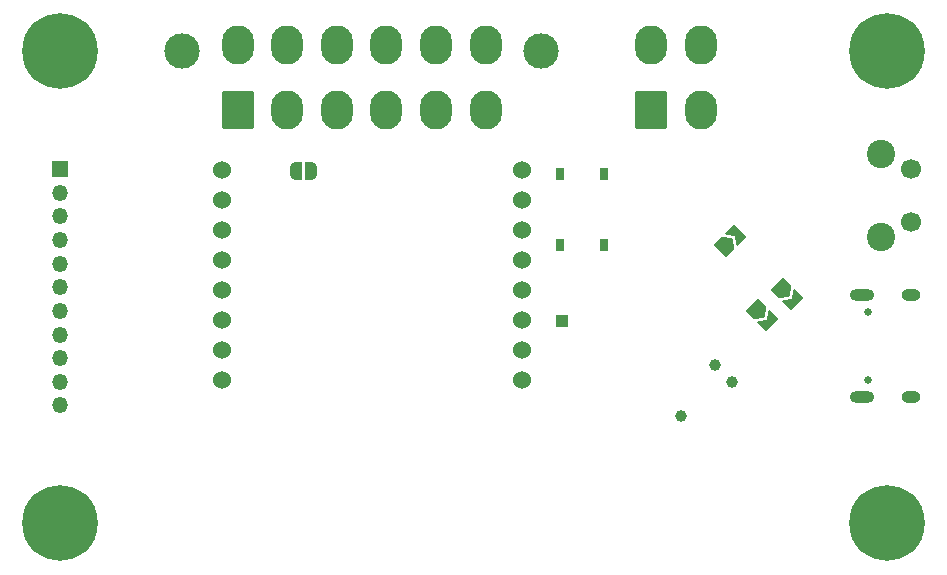
<source format=gbr>
%TF.GenerationSoftware,KiCad,Pcbnew,7.99.0-1.20231130git343828c.fc38*%
%TF.CreationDate,2023-12-04T23:22:27-03:00*%
%TF.ProjectId,Wideband_v3,57696465-6261-46e6-945f-76332e6b6963,rev?*%
%TF.SameCoordinates,Original*%
%TF.FileFunction,Soldermask,Bot*%
%TF.FilePolarity,Negative*%
%FSLAX46Y46*%
G04 Gerber Fmt 4.6, Leading zero omitted, Abs format (unit mm)*
G04 Created by KiCad (PCBNEW 7.99.0-1.20231130git343828c.fc38) date 2023-12-04 23:22:27*
%MOMM*%
%LPD*%
G01*
G04 APERTURE LIST*
G04 Aperture macros list*
%AMRoundRect*
0 Rectangle with rounded corners*
0 $1 Rounding radius*
0 $2 $3 $4 $5 $6 $7 $8 $9 X,Y pos of 4 corners*
0 Add a 4 corners polygon primitive as box body*
4,1,4,$2,$3,$4,$5,$6,$7,$8,$9,$2,$3,0*
0 Add four circle primitives for the rounded corners*
1,1,$1+$1,$2,$3*
1,1,$1+$1,$4,$5*
1,1,$1+$1,$6,$7*
1,1,$1+$1,$8,$9*
0 Add four rect primitives between the rounded corners*
20,1,$1+$1,$2,$3,$4,$5,0*
20,1,$1+$1,$4,$5,$6,$7,0*
20,1,$1+$1,$6,$7,$8,$9,0*
20,1,$1+$1,$8,$9,$2,$3,0*%
%AMFreePoly0*
4,1,6,1.000000,0.000000,0.499999,-0.750000,-0.499999,-0.750000,-0.499999,0.750000,0.499999,0.750000,1.000000,0.000000,1.000000,0.000000,$1*%
%AMFreePoly1*
4,1,6,0.499999,-0.750000,-0.649999,-0.750000,-0.150000,0.000000,-0.649999,0.750000,0.499999,0.750000,0.499999,-0.750000,0.499999,-0.750000,$1*%
%AMFreePoly2*
4,1,19,0.500000,-0.750000,0.000000,-0.750000,0.000000,-0.744911,-0.071157,-0.744911,-0.207708,-0.704816,-0.327430,-0.627875,-0.420627,-0.520320,-0.479746,-0.390866,-0.500000,-0.250000,-0.500000,0.250000,-0.479746,0.390866,-0.420627,0.520320,-0.327430,0.627875,-0.207708,0.704816,-0.071157,0.744911,0.000000,0.744911,0.000000,0.750000,0.500000,0.750000,0.500000,-0.750000,0.500000,-0.750000,
$1*%
%AMFreePoly3*
4,1,19,0.000000,0.744911,0.071157,0.744911,0.207708,0.704816,0.327430,0.627875,0.420627,0.520320,0.479746,0.390866,0.500000,0.250000,0.500000,-0.250000,0.479746,-0.390866,0.420627,-0.520320,0.327430,-0.627875,0.207708,-0.704816,0.071157,-0.744911,0.000000,-0.744911,0.000000,-0.750000,-0.500000,-0.750000,-0.500000,0.750000,0.000000,0.750000,0.000000,0.744911,0.000000,0.744911,
$1*%
G04 Aperture macros list end*
%ADD10C,0.800000*%
%ADD11C,6.400000*%
%ADD12R,1.350000X1.350000*%
%ADD13O,1.350000X1.350000*%
%ADD14C,2.400000*%
%ADD15C,1.700000*%
%ADD16C,1.524000*%
%ADD17C,0.650000*%
%ADD18O,2.100000X1.000000*%
%ADD19O,1.600000X1.000000*%
%ADD20C,0.990600*%
%ADD21R,1.000000X1.000000*%
%ADD22FreePoly0,315.000000*%
%ADD23FreePoly1,315.000000*%
%ADD24R,0.750000X1.000000*%
%ADD25C,3.000000*%
%ADD26RoundRect,0.250001X-1.099999X-1.399999X1.099999X-1.399999X1.099999X1.399999X-1.099999X1.399999X0*%
%ADD27O,2.700000X3.300000*%
%ADD28FreePoly2,0.000000*%
%ADD29FreePoly3,0.000000*%
%ADD30FreePoly0,45.000000*%
%ADD31FreePoly1,45.000000*%
G04 APERTURE END LIST*
D10*
%TO.C,H3*%
X80222400Y-110125600D03*
X80925344Y-108428544D03*
X80925344Y-111822656D03*
X82622400Y-107725600D03*
D11*
X82622400Y-110125600D03*
D10*
X82622400Y-112525600D03*
X84319456Y-108428544D03*
X84319456Y-111822656D03*
X85022400Y-110125600D03*
%TD*%
D12*
%TO.C,J1*%
X82622400Y-80125600D03*
D13*
X82622400Y-82125600D03*
X82622400Y-84125600D03*
X82622400Y-86125600D03*
X82622400Y-88125600D03*
X82622400Y-90125600D03*
X82622400Y-92125600D03*
X82622400Y-94125600D03*
X82622400Y-96125600D03*
X82622400Y-98125600D03*
X82622400Y-100125600D03*
%TD*%
D10*
%TO.C,H1*%
X150222400Y-70125600D03*
X150925344Y-68428544D03*
X150925344Y-71822656D03*
X152622400Y-67725600D03*
D11*
X152622400Y-70125600D03*
D10*
X152622400Y-72525600D03*
X154319456Y-68428544D03*
X154319456Y-71822656D03*
X155022400Y-70125600D03*
%TD*%
D14*
%TO.C,SW3*%
X152122401Y-78875600D03*
X152122400Y-85875600D03*
D15*
X154622400Y-80125600D03*
X154622400Y-84625601D03*
%TD*%
D10*
%TO.C,H4*%
X150222400Y-110125600D03*
X150925344Y-108428544D03*
X150925344Y-111822656D03*
X152622400Y-107725600D03*
D11*
X152622400Y-110125600D03*
D10*
X152622400Y-112525600D03*
X154319456Y-108428544D03*
X154319456Y-111822656D03*
X155022400Y-110125600D03*
%TD*%
D16*
%TO.C,U3*%
X121716800Y-97967800D03*
X121716800Y-95427800D03*
X121716800Y-92887800D03*
X121716800Y-90347800D03*
X121716800Y-87807800D03*
X121716800Y-85267800D03*
X121716800Y-82727800D03*
X121716800Y-80187800D03*
X96316800Y-97967800D03*
X96316801Y-95427800D03*
X96316800Y-92887800D03*
X96316800Y-90347800D03*
X96316800Y-87807800D03*
X96316800Y-85267801D03*
X96316800Y-82727799D03*
X96316800Y-80187800D03*
%TD*%
D17*
%TO.C,J2*%
X151022400Y-98015600D03*
X151022400Y-92235600D03*
D18*
X150492400Y-99445600D03*
D19*
X154672400Y-99445600D03*
D18*
X150492400Y-90805600D03*
D19*
X154672400Y-90805600D03*
%TD*%
D10*
%TO.C,H2*%
X80222400Y-70125600D03*
X80925344Y-68428544D03*
X80925344Y-71822656D03*
X82622400Y-67725600D03*
D11*
X82622400Y-70125600D03*
D10*
X82622400Y-72525600D03*
X84319456Y-68428544D03*
X84319456Y-71822656D03*
X85022400Y-70125600D03*
%TD*%
D20*
%TO.C,J3*%
X135203362Y-101033013D03*
X138077044Y-96722490D03*
X139513885Y-98159331D03*
%TD*%
D21*
%TO.C,TP3*%
X125069600Y-92964000D03*
%TD*%
D22*
%TO.C,JP2*%
X143657748Y-90190748D03*
D23*
X144683052Y-91216052D03*
%TD*%
D24*
%TO.C,SW1*%
X124897400Y-80525600D03*
X124897400Y-86525600D03*
X128647400Y-80525600D03*
X128647400Y-86525600D03*
%TD*%
D25*
%TO.C,J5*%
X92922400Y-70085600D03*
X123322400Y-70085600D03*
D26*
X97622400Y-75125600D03*
D27*
X101822399Y-75125600D03*
X106022400Y-75125600D03*
X110222399Y-75125600D03*
X114422400Y-75125600D03*
X118622399Y-75125600D03*
X97622400Y-69625600D03*
X101822400Y-69625600D03*
X106022400Y-69625600D03*
X110222400Y-69625600D03*
X114422400Y-69625600D03*
X118622400Y-69625600D03*
%TD*%
D28*
%TO.C,JP5*%
X102575601Y-80264000D03*
D29*
X103875599Y-80264000D03*
%TD*%
D22*
%TO.C,JP1*%
X141477719Y-91964377D03*
D23*
X142503023Y-92989681D03*
%TD*%
D30*
%TO.C,JP3*%
X138780948Y-86720252D03*
D31*
X139806252Y-85694948D03*
%TD*%
D26*
%TO.C,J4*%
X132622400Y-75125600D03*
D27*
X136822399Y-75125600D03*
X132622400Y-69625600D03*
X136822400Y-69625600D03*
%TD*%
M02*

</source>
